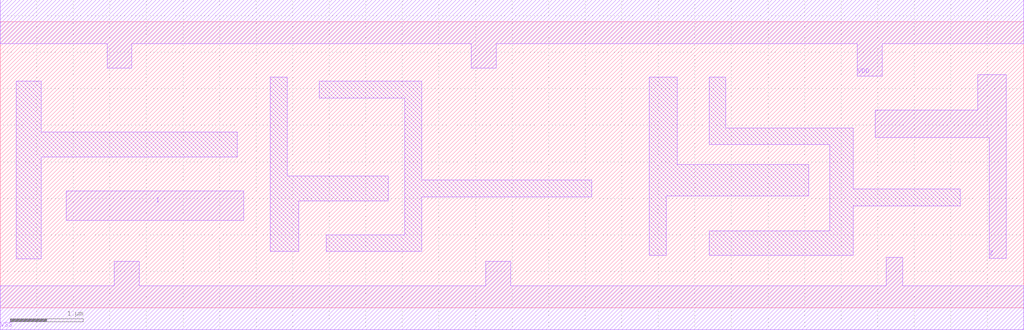
<source format=lef>
# Copyright 2022 GlobalFoundries PDK Authors
#
# Licensed under the Apache License, Version 2.0 (the "License");
# you may not use this file except in compliance with the License.
# You may obtain a copy of the License at
#
#      http://www.apache.org/licenses/LICENSE-2.0
#
# Unless required by applicable law or agreed to in writing, software
# distributed under the License is distributed on an "AS IS" BASIS,
# WITHOUT WARRANTIES OR CONDITIONS OF ANY KIND, either express or implied.
# See the License for the specific language governing permissions and
# limitations under the License.

MACRO gf180mcu_fd_sc_mcu7t5v0__dlyc_1
  CLASS core ;
  FOREIGN gf180mcu_fd_sc_mcu7t5v0__dlyc_1 0.0 0.0 ;
  ORIGIN 0 0 ;
  SYMMETRY X Y ;
  SITE GF018hv5v_mcu_sc7 ;
  SIZE 14 BY 3.92 ;
  PIN I
    DIRECTION INPUT ;
    ANTENNAGATEAREA 0.396 ;
    PORT
      LAYER METAL1 ;
        POLYGON 0.905 1.2 3.33 1.2 3.33 1.6 0.905 1.6  ;
    END
  END I
  PIN Z
    DIRECTION OUTPUT ;
    ANTENNADIFFAREA 0.8976 ;
    PORT
      LAYER METAL1 ;
        POLYGON 11.965 2.33 13.13 2.33 13.525 2.33 13.525 0.675 13.755 0.675 13.755 3.195 13.37 3.195 13.37 2.71 13.13 2.71 11.965 2.71  ;
    END
  END Z
  PIN VDD
    DIRECTION INOUT ;
    USE power ;
    SHAPE ABUTMENT ;
    PORT
      LAYER METAL1 ;
        POLYGON 0 3.62 1.46 3.62 1.46 3.285 1.8 3.285 1.8 3.62 3.24 3.62 6.44 3.62 6.44 3.285 6.78 3.285 6.78 3.62 8.09 3.62 11.72 3.62 11.72 3.175 12.06 3.175 12.06 3.62 13.13 3.62 14 3.62 14 4.22 13.13 4.22 8.09 4.22 3.24 4.22 0 4.22  ;
    END
  END VDD
  PIN VSS
    DIRECTION INOUT ;
    USE ground ;
    SHAPE ABUTMENT ;
    PORT
      LAYER METAL1 ;
        POLYGON 0 -0.3 14 -0.3 14 0.3 12.345 0.3 12.345 0.69 12.115 0.69 12.115 0.3 6.98 0.3 6.98 0.635 6.64 0.635 6.64 0.3 1.9 0.3 1.9 0.635 1.56 0.635 1.56 0.3 0 0.3  ;
    END
  END VSS
  OBS
      LAYER METAL1 ;
        POLYGON 0.22 0.67 0.56 0.67 0.56 2.065 3.24 2.065 3.24 2.405 0.56 2.405 0.56 3.105 0.22 3.105  ;
        POLYGON 3.695 0.77 4.08 0.77 4.08 1.465 5.305 1.465 5.305 1.805 3.925 1.805 3.925 3.16 3.695 3.16  ;
        POLYGON 4.36 2.875 5.535 2.875 5.535 1 4.46 1 4.46 0.77 5.765 0.77 5.765 1.52 8.09 1.52 8.09 1.75 5.765 1.75 5.765 3.105 4.36 3.105  ;
        POLYGON 8.875 0.715 9.105 0.715 9.105 1.535 11.055 1.535 11.055 1.965 9.26 1.965 9.26 3.16 8.875 3.16  ;
        POLYGON 9.695 2.235 11.345 2.235 11.345 1.055 9.695 1.055 9.695 0.715 11.665 0.715 11.665 1.395 13.13 1.395 13.13 1.625 11.665 1.625 11.665 2.465 9.925 2.465 9.925 3.16 9.695 3.16  ;
  END
END gf180mcu_fd_sc_mcu7t5v0__dlyc_1

</source>
